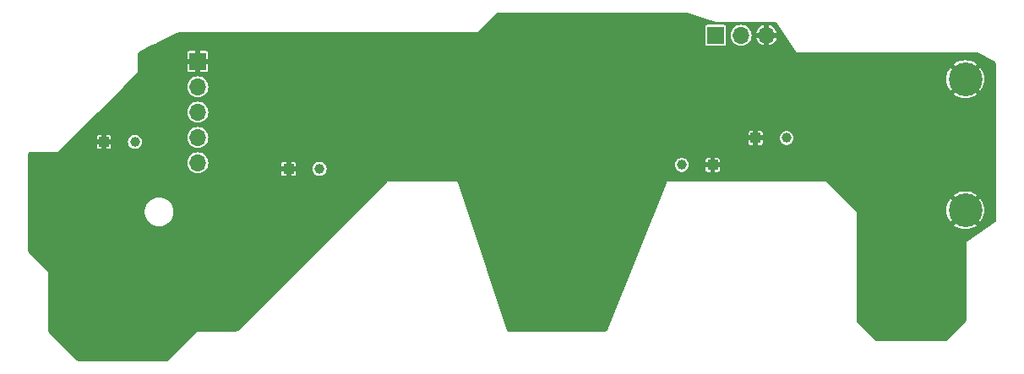
<source format=gbr>
%TF.GenerationSoftware,KiCad,Pcbnew,7.0.10*%
%TF.CreationDate,2025-04-28T11:59:33+02:00*%
%TF.ProjectId,projekt,70726f6a-656b-4742-9e6b-696361645f70,rev?*%
%TF.SameCoordinates,Original*%
%TF.FileFunction,Copper,L2,Bot*%
%TF.FilePolarity,Positive*%
%FSLAX46Y46*%
G04 Gerber Fmt 4.6, Leading zero omitted, Abs format (unit mm)*
G04 Created by KiCad (PCBNEW 7.0.10) date 2025-04-28 11:59:33*
%MOMM*%
%LPD*%
G01*
G04 APERTURE LIST*
%TA.AperFunction,ComponentPad*%
%ADD10R,1.000000X1.000000*%
%TD*%
%TA.AperFunction,ComponentPad*%
%ADD11R,1.700000X1.700000*%
%TD*%
%TA.AperFunction,ComponentPad*%
%ADD12O,1.700000X1.700000*%
%TD*%
%TA.AperFunction,ComponentPad*%
%ADD13C,1.000000*%
%TD*%
%TA.AperFunction,ComponentPad*%
%ADD14C,3.376000*%
%TD*%
%TA.AperFunction,ViaPad*%
%ADD15C,0.750000*%
%TD*%
G04 APERTURE END LIST*
D10*
%TO.P,TP4,1,1*%
%TO.N,GND*%
X193900000Y-73600000D03*
%TD*%
D11*
%TO.P,J2,1,Pin_1*%
%TO.N,V_LOAD*%
X189900000Y-63300000D03*
D12*
%TO.P,J2,2,Pin_2*%
%TO.N,/EN*%
X192440000Y-63300000D03*
%TO.P,J2,3,Pin_3*%
%TO.N,GND*%
X194980000Y-63300000D03*
%TD*%
D10*
%TO.P,TP1,1,1*%
%TO.N,GND*%
X147100000Y-76700000D03*
%TD*%
D11*
%TO.P,J1,1,Pin_1*%
%TO.N,GND*%
X138000000Y-65925000D03*
D12*
%TO.P,J1,2,Pin_2*%
%TO.N,V_MCU_LOGIC*%
X138000000Y-68465000D03*
%TO.P,J1,3,Pin_3*%
%TO.N,/INT*%
X138000000Y-71005000D03*
%TO.P,J1,4,Pin_4*%
%TO.N,/SCL*%
X138000000Y-73545000D03*
%TO.P,J1,5,Pin_5*%
%TO.N,/SDA*%
X138000000Y-76085000D03*
%TD*%
D10*
%TO.P,TP3,1,1*%
%TO.N,GND*%
X189600000Y-76300000D03*
%TD*%
D13*
%TO.P,TP7,1,1*%
%TO.N,V_LOAD*%
X186500000Y-76300000D03*
%TD*%
%TO.P,TP8,1,1*%
%TO.N,+5V_OUT*%
X197000000Y-73600000D03*
%TD*%
%TO.P,TP5,1,1*%
%TO.N,+BATT*%
X150200000Y-76700000D03*
%TD*%
%TO.P,TP6,1,1*%
%TO.N,+5V_CHARGE*%
X131700000Y-74000000D03*
%TD*%
D14*
%TO.P,J4,SH1,SHIELD*%
%TO.N,GND*%
X214915000Y-80835250D03*
%TO.P,J4,SH2,SHIELD*%
X214915000Y-67695250D03*
%TD*%
D10*
%TO.P,TP2,1,1*%
%TO.N,GND*%
X128600000Y-74000000D03*
%TD*%
D15*
%TO.N,GND*%
X172100000Y-85600000D03*
X163600000Y-69700000D03*
X155100000Y-68200000D03*
X147100000Y-73800000D03*
X155100000Y-65700000D03*
X197200000Y-76300000D03*
X206900000Y-66000000D03*
X212300000Y-70800000D03*
X163750000Y-76050000D03*
X157200000Y-73600000D03*
X211300000Y-70800000D03*
X195700000Y-69800000D03*
X150300000Y-70700000D03*
X210300000Y-70800000D03*
X188700000Y-69800000D03*
X151400000Y-65500000D03*
X164700000Y-69700000D03*
X177800000Y-63700000D03*
X127300000Y-76100000D03*
X211600000Y-89000000D03*
X129900000Y-77100000D03*
X192200000Y-69700000D03*
X211600000Y-91000000D03*
X209600000Y-91000000D03*
X125300000Y-83700000D03*
X202700000Y-65900000D03*
X211600000Y-87000000D03*
X207600000Y-89000000D03*
X179300000Y-67200000D03*
X207600000Y-91000000D03*
X146300000Y-70200000D03*
X209600000Y-87000000D03*
X209600000Y-89000000D03*
X163600000Y-68500000D03*
X164700000Y-68500000D03*
X125300000Y-81700000D03*
X144600000Y-66300000D03*
X150100000Y-71900000D03*
X207600000Y-87000000D03*
X172800000Y-75800000D03*
X169200000Y-72400000D03*
X125300000Y-82700000D03*
%TD*%
%TA.AperFunction,Conductor*%
%TO.N,GND*%
G36*
X186907875Y-61001278D02*
G01*
X187086993Y-61030345D01*
X187102434Y-61034145D01*
X188500000Y-61500000D01*
X190000000Y-62000000D01*
X195875174Y-62000000D01*
X195921888Y-62011714D01*
X196033582Y-62071491D01*
X196069241Y-62103862D01*
X197944528Y-64916793D01*
X197944529Y-64916794D01*
X198000000Y-65000000D01*
X208000000Y-65000000D01*
X215888472Y-65000000D01*
X215911217Y-65002648D01*
X216078226Y-65042073D01*
X216099755Y-65049877D01*
X217885401Y-65942701D01*
X217925341Y-65979201D01*
X217958803Y-66033343D01*
X217985214Y-66076076D01*
X218000000Y-66128123D01*
X218000000Y-81875173D01*
X217988286Y-81921887D01*
X217928508Y-82033582D01*
X217896137Y-82069241D01*
X215083206Y-83944528D01*
X215083205Y-83944529D01*
X215083204Y-83944530D01*
X215000000Y-84000000D01*
X215000000Y-84099999D01*
X215000000Y-91880307D01*
X214992464Y-91918193D01*
X214936825Y-92052516D01*
X214915365Y-92084634D01*
X213084634Y-93915365D01*
X213052516Y-93936825D01*
X212918193Y-93992464D01*
X212880307Y-94000000D01*
X206119693Y-94000000D01*
X206081807Y-93992464D01*
X205947483Y-93936825D01*
X205915365Y-93915365D01*
X204084634Y-92084634D01*
X204063174Y-92052515D01*
X204007536Y-91918192D01*
X204000000Y-91880307D01*
X204000000Y-81100000D01*
X204000000Y-81000000D01*
X203835250Y-80835250D01*
X213022177Y-80835250D01*
X213041442Y-81104621D01*
X213098851Y-81368524D01*
X213193228Y-81621558D01*
X213193229Y-81621560D01*
X213322656Y-81858588D01*
X213322657Y-81858589D01*
X213414892Y-81981801D01*
X213922646Y-81474046D01*
X213969306Y-81549405D01*
X214116634Y-81711016D01*
X214273971Y-81829831D01*
X213768447Y-82335356D01*
X213891660Y-82427592D01*
X213891661Y-82427593D01*
X214128689Y-82557020D01*
X214128691Y-82557021D01*
X214381726Y-82651398D01*
X214381724Y-82651398D01*
X214645628Y-82708807D01*
X214915000Y-82728072D01*
X215184371Y-82708807D01*
X215448274Y-82651398D01*
X215701308Y-82557021D01*
X215701310Y-82557020D01*
X215938333Y-82427596D01*
X216061551Y-82335356D01*
X215556027Y-81829832D01*
X215713366Y-81711016D01*
X215860694Y-81549405D01*
X215907353Y-81474048D01*
X216415106Y-81981801D01*
X216507346Y-81858583D01*
X216636770Y-81621560D01*
X216636771Y-81621558D01*
X216731148Y-81368524D01*
X216788557Y-81104621D01*
X216807822Y-80835250D01*
X216788557Y-80565878D01*
X216731148Y-80301975D01*
X216636771Y-80048941D01*
X216636770Y-80048939D01*
X216507343Y-79811911D01*
X216507342Y-79811910D01*
X216415106Y-79688697D01*
X215907352Y-80196450D01*
X215860694Y-80121095D01*
X215713366Y-79959484D01*
X215556026Y-79840666D01*
X216061551Y-79335142D01*
X215938339Y-79242907D01*
X215938338Y-79242906D01*
X215701310Y-79113479D01*
X215701308Y-79113478D01*
X215448273Y-79019101D01*
X215448275Y-79019101D01*
X215184371Y-78961692D01*
X214915000Y-78942427D01*
X214645628Y-78961692D01*
X214381725Y-79019101D01*
X214128691Y-79113478D01*
X214128689Y-79113479D01*
X213891665Y-79242904D01*
X213768447Y-79335142D01*
X214273972Y-79840667D01*
X214116634Y-79959484D01*
X213969306Y-80121095D01*
X213922646Y-80196451D01*
X213414892Y-79688697D01*
X213322654Y-79811915D01*
X213193229Y-80048939D01*
X213193228Y-80048941D01*
X213098851Y-80301975D01*
X213041442Y-80565878D01*
X213022177Y-80835250D01*
X203835250Y-80835250D01*
X201000000Y-78000000D01*
X200900000Y-78000000D01*
X185100001Y-78000000D01*
X185100000Y-78000000D01*
X185000000Y-78000000D01*
X184962861Y-78092847D01*
X184962860Y-78092848D01*
X184962860Y-78092849D01*
X179048414Y-92878962D01*
X179011998Y-92924172D01*
X178925141Y-92982978D01*
X178869638Y-93000000D01*
X169131959Y-93000000D01*
X169074073Y-92981313D01*
X168994304Y-92923819D01*
X168958270Y-92874813D01*
X168639396Y-91918192D01*
X165300000Y-81900000D01*
X164031623Y-78094868D01*
X164031622Y-78094867D01*
X164000000Y-78000000D01*
X163900000Y-78000000D01*
X157100000Y-78000000D01*
X157000000Y-78000000D01*
X156929291Y-78070709D01*
X142084634Y-92915365D01*
X142052516Y-92936825D01*
X141918193Y-92992464D01*
X141880307Y-93000000D01*
X138000000Y-93000000D01*
X137929291Y-93070709D01*
X135084634Y-95915365D01*
X135052516Y-95936825D01*
X134918193Y-95992464D01*
X134880307Y-96000000D01*
X126119693Y-96000000D01*
X126081807Y-95992464D01*
X125947483Y-95936825D01*
X125915365Y-95915365D01*
X123084634Y-93084634D01*
X123063174Y-93052515D01*
X123007536Y-92918192D01*
X123000000Y-92880307D01*
X123000000Y-87100000D01*
X123000000Y-87000000D01*
X121084634Y-85084634D01*
X121063174Y-85052515D01*
X121007536Y-84918192D01*
X121000000Y-84880307D01*
X121000000Y-81119778D01*
X132669500Y-81119778D01*
X132708930Y-81356065D01*
X132713207Y-81368524D01*
X132786714Y-81582644D01*
X132900729Y-81793323D01*
X132900731Y-81793326D01*
X132951526Y-81858588D01*
X133047866Y-81982366D01*
X133224113Y-82144612D01*
X133424660Y-82275636D01*
X133644038Y-82371864D01*
X133876263Y-82430672D01*
X134055213Y-82445500D01*
X134055221Y-82445500D01*
X134174779Y-82445500D01*
X134174787Y-82445500D01*
X134353737Y-82430672D01*
X134585962Y-82371864D01*
X134805340Y-82275636D01*
X135005887Y-82144612D01*
X135182134Y-81982366D01*
X135329271Y-81793323D01*
X135443287Y-81582641D01*
X135521070Y-81356065D01*
X135560500Y-81119778D01*
X135560500Y-80880222D01*
X135521070Y-80643935D01*
X135443287Y-80417359D01*
X135329271Y-80206677D01*
X135182134Y-80017634D01*
X135005887Y-79855388D01*
X134805340Y-79724364D01*
X134585962Y-79628136D01*
X134353737Y-79569328D01*
X134353735Y-79569327D01*
X134174796Y-79554500D01*
X134174787Y-79554500D01*
X134055213Y-79554500D01*
X134055203Y-79554500D01*
X133876266Y-79569327D01*
X133644037Y-79628136D01*
X133473324Y-79703018D01*
X133424660Y-79724364D01*
X133330527Y-79785864D01*
X133224114Y-79855387D01*
X133047863Y-80017637D01*
X132900731Y-80206673D01*
X132900729Y-80206676D01*
X132786714Y-80417355D01*
X132786713Y-80417359D01*
X132708930Y-80643935D01*
X132669500Y-80880222D01*
X132669500Y-81119778D01*
X121000000Y-81119778D01*
X121000000Y-77219700D01*
X146400000Y-77219700D01*
X146411603Y-77278036D01*
X146455806Y-77344189D01*
X146455810Y-77344193D01*
X146521963Y-77388396D01*
X146580299Y-77399999D01*
X146580303Y-77400000D01*
X146849999Y-77400000D01*
X146850000Y-77399999D01*
X147350000Y-77399999D01*
X147350001Y-77400000D01*
X147619697Y-77400000D01*
X147619700Y-77399999D01*
X147678036Y-77388396D01*
X147744189Y-77344193D01*
X147744193Y-77344189D01*
X147788396Y-77278036D01*
X147799999Y-77219700D01*
X147800000Y-77219697D01*
X147800000Y-76950001D01*
X147799999Y-76950000D01*
X147350001Y-76950000D01*
X147350000Y-76950001D01*
X147350000Y-77399999D01*
X146850000Y-77399999D01*
X146850000Y-76950001D01*
X146849999Y-76950000D01*
X146400001Y-76950000D01*
X146400000Y-76950001D01*
X146400000Y-77219700D01*
X121000000Y-77219700D01*
X121000000Y-76085003D01*
X136944417Y-76085003D01*
X136964698Y-76290929D01*
X136964699Y-76290934D01*
X137024768Y-76488954D01*
X137122316Y-76671452D01*
X137225798Y-76797545D01*
X137253590Y-76831410D01*
X137253595Y-76831414D01*
X137413547Y-76962683D01*
X137413548Y-76962683D01*
X137413550Y-76962685D01*
X137596046Y-77060232D01*
X137733997Y-77102078D01*
X137794065Y-77120300D01*
X137794070Y-77120301D01*
X137999997Y-77140583D01*
X138000000Y-77140583D01*
X138000003Y-77140583D01*
X138205929Y-77120301D01*
X138205934Y-77120300D01*
X138403954Y-77060232D01*
X138586450Y-76962685D01*
X138746410Y-76831410D01*
X138854255Y-76700000D01*
X146845102Y-76700000D01*
X146864505Y-76797545D01*
X146919760Y-76880240D01*
X147002455Y-76935495D01*
X147075376Y-76950000D01*
X147124624Y-76950000D01*
X147197545Y-76935495D01*
X147280240Y-76880240D01*
X147335495Y-76797545D01*
X147354898Y-76700000D01*
X149494355Y-76700000D01*
X149514860Y-76868872D01*
X149575182Y-77027930D01*
X149671817Y-77167929D01*
X149799148Y-77280734D01*
X149949775Y-77359790D01*
X150114944Y-77400500D01*
X150114947Y-77400500D01*
X150285053Y-77400500D01*
X150285056Y-77400500D01*
X150450225Y-77359790D01*
X150600852Y-77280734D01*
X150728183Y-77167929D01*
X150824818Y-77027930D01*
X150885140Y-76868872D01*
X150905645Y-76700000D01*
X150885140Y-76531128D01*
X150824818Y-76372070D01*
X150775071Y-76300000D01*
X185794355Y-76300000D01*
X185814860Y-76468872D01*
X185875182Y-76627930D01*
X185971817Y-76767929D01*
X186099148Y-76880734D01*
X186249775Y-76959790D01*
X186414944Y-77000500D01*
X186414947Y-77000500D01*
X186585053Y-77000500D01*
X186585056Y-77000500D01*
X186750225Y-76959790D01*
X186900852Y-76880734D01*
X186969745Y-76819700D01*
X188900000Y-76819700D01*
X188911603Y-76878036D01*
X188955806Y-76944189D01*
X188955810Y-76944193D01*
X189021963Y-76988396D01*
X189080299Y-76999999D01*
X189080303Y-77000000D01*
X189349999Y-77000000D01*
X189350000Y-76999999D01*
X189850000Y-76999999D01*
X189850001Y-77000000D01*
X190119697Y-77000000D01*
X190119700Y-76999999D01*
X190178036Y-76988396D01*
X190244189Y-76944193D01*
X190244193Y-76944189D01*
X190288396Y-76878036D01*
X190299999Y-76819700D01*
X190300000Y-76819697D01*
X190300000Y-76550001D01*
X190299999Y-76550000D01*
X189850001Y-76550000D01*
X189850000Y-76550001D01*
X189850000Y-76999999D01*
X189350000Y-76999999D01*
X189350000Y-76550001D01*
X189349999Y-76550000D01*
X188900001Y-76550000D01*
X188900000Y-76550001D01*
X188900000Y-76819700D01*
X186969745Y-76819700D01*
X187028183Y-76767929D01*
X187124818Y-76627930D01*
X187185140Y-76468872D01*
X187205645Y-76300000D01*
X189345102Y-76300000D01*
X189364505Y-76397545D01*
X189419760Y-76480240D01*
X189502455Y-76535495D01*
X189575376Y-76550000D01*
X189624624Y-76550000D01*
X189697545Y-76535495D01*
X189780240Y-76480240D01*
X189835495Y-76397545D01*
X189854898Y-76300000D01*
X189835495Y-76202455D01*
X189780240Y-76119760D01*
X189697545Y-76064505D01*
X189624624Y-76050000D01*
X189575376Y-76050000D01*
X189502455Y-76064505D01*
X189419760Y-76119760D01*
X189364505Y-76202455D01*
X189345102Y-76300000D01*
X187205645Y-76300000D01*
X187185140Y-76131128D01*
X187154372Y-76049999D01*
X188900000Y-76049999D01*
X188900001Y-76050000D01*
X189349999Y-76050000D01*
X189350000Y-76049999D01*
X189850000Y-76049999D01*
X189850001Y-76050000D01*
X190299999Y-76050000D01*
X190300000Y-76049999D01*
X190300000Y-75780302D01*
X190299999Y-75780299D01*
X190288396Y-75721963D01*
X190244193Y-75655810D01*
X190244189Y-75655806D01*
X190178036Y-75611603D01*
X190119700Y-75600000D01*
X189850001Y-75600000D01*
X189850000Y-75600001D01*
X189850000Y-76049999D01*
X189350000Y-76049999D01*
X189350000Y-75600001D01*
X189349999Y-75600000D01*
X189080299Y-75600000D01*
X189021963Y-75611603D01*
X188955810Y-75655806D01*
X188955806Y-75655810D01*
X188911603Y-75721963D01*
X188900000Y-75780299D01*
X188900000Y-76049999D01*
X187154372Y-76049999D01*
X187124818Y-75972070D01*
X187028183Y-75832071D01*
X186900852Y-75719266D01*
X186750225Y-75640210D01*
X186750224Y-75640209D01*
X186750223Y-75640209D01*
X186585058Y-75599500D01*
X186585056Y-75599500D01*
X186414944Y-75599500D01*
X186414941Y-75599500D01*
X186249776Y-75640209D01*
X186099146Y-75719267D01*
X185971818Y-75832069D01*
X185971817Y-75832071D01*
X185875182Y-75972070D01*
X185814860Y-76131128D01*
X185794355Y-76300000D01*
X150775071Y-76300000D01*
X150728183Y-76232071D01*
X150600852Y-76119266D01*
X150450225Y-76040210D01*
X150450224Y-76040209D01*
X150450223Y-76040209D01*
X150285058Y-75999500D01*
X150285056Y-75999500D01*
X150114944Y-75999500D01*
X150114941Y-75999500D01*
X149949776Y-76040209D01*
X149799146Y-76119267D01*
X149671818Y-76232069D01*
X149671816Y-76232072D01*
X149624930Y-76299998D01*
X149575182Y-76372070D01*
X149514860Y-76531128D01*
X149512568Y-76550001D01*
X149497822Y-76671450D01*
X149494355Y-76700000D01*
X147354898Y-76700000D01*
X147335495Y-76602455D01*
X147280240Y-76519760D01*
X147197545Y-76464505D01*
X147124624Y-76450000D01*
X147075376Y-76450000D01*
X147002455Y-76464505D01*
X146919760Y-76519760D01*
X146864505Y-76602455D01*
X146845102Y-76700000D01*
X138854255Y-76700000D01*
X138877685Y-76671450D01*
X138975232Y-76488954D01*
X138987049Y-76449999D01*
X146400000Y-76449999D01*
X146400001Y-76450000D01*
X146849999Y-76450000D01*
X146850000Y-76449999D01*
X147350000Y-76449999D01*
X147350001Y-76450000D01*
X147799999Y-76450000D01*
X147800000Y-76449999D01*
X147800000Y-76180302D01*
X147799999Y-76180299D01*
X147788396Y-76121963D01*
X147744193Y-76055810D01*
X147744189Y-76055806D01*
X147678036Y-76011603D01*
X147619700Y-76000000D01*
X147350001Y-76000000D01*
X147350000Y-76000001D01*
X147350000Y-76449999D01*
X146850000Y-76449999D01*
X146850000Y-76000001D01*
X146849999Y-76000000D01*
X146580299Y-76000000D01*
X146521963Y-76011603D01*
X146455810Y-76055806D01*
X146455806Y-76055810D01*
X146411603Y-76121963D01*
X146400000Y-76180299D01*
X146400000Y-76449999D01*
X138987049Y-76449999D01*
X139035300Y-76290934D01*
X139035301Y-76290929D01*
X139055583Y-76085003D01*
X139055583Y-76084996D01*
X139035301Y-75879070D01*
X139035300Y-75879065D01*
X139017078Y-75818997D01*
X138975232Y-75681046D01*
X138877685Y-75498550D01*
X138746410Y-75338590D01*
X138746404Y-75338585D01*
X138586452Y-75207316D01*
X138403954Y-75109768D01*
X138205934Y-75049699D01*
X138205929Y-75049698D01*
X138000003Y-75029417D01*
X137999997Y-75029417D01*
X137794070Y-75049698D01*
X137794065Y-75049699D01*
X137596045Y-75109768D01*
X137413547Y-75207316D01*
X137253595Y-75338585D01*
X137253585Y-75338595D01*
X137122316Y-75498547D01*
X137024768Y-75681045D01*
X136964699Y-75879065D01*
X136964698Y-75879070D01*
X136944417Y-76084996D01*
X136944417Y-76085003D01*
X121000000Y-76085003D01*
X121000000Y-75141008D01*
X121018907Y-75082817D01*
X121028996Y-75071004D01*
X121071004Y-75028996D01*
X121125521Y-75001219D01*
X121141008Y-75000000D01*
X123899999Y-75000000D01*
X123900000Y-75000000D01*
X124000000Y-75000000D01*
X124480300Y-74519700D01*
X127900000Y-74519700D01*
X127911603Y-74578036D01*
X127955806Y-74644189D01*
X127955810Y-74644193D01*
X128021963Y-74688396D01*
X128080299Y-74699999D01*
X128080303Y-74700000D01*
X128349999Y-74700000D01*
X128350000Y-74699999D01*
X128850000Y-74699999D01*
X128850001Y-74700000D01*
X129119697Y-74700000D01*
X129119700Y-74699999D01*
X129178036Y-74688396D01*
X129244189Y-74644193D01*
X129244193Y-74644189D01*
X129288396Y-74578036D01*
X129299999Y-74519700D01*
X129300000Y-74519697D01*
X129300000Y-74250001D01*
X129299999Y-74250000D01*
X128850001Y-74250000D01*
X128850000Y-74250001D01*
X128850000Y-74699999D01*
X128350000Y-74699999D01*
X128350000Y-74250001D01*
X128349999Y-74250000D01*
X127900001Y-74250000D01*
X127900000Y-74250001D01*
X127900000Y-74519700D01*
X124480300Y-74519700D01*
X125000000Y-74000000D01*
X128345102Y-74000000D01*
X128364505Y-74097545D01*
X128419760Y-74180240D01*
X128502455Y-74235495D01*
X128575376Y-74250000D01*
X128624624Y-74250000D01*
X128697545Y-74235495D01*
X128780240Y-74180240D01*
X128835495Y-74097545D01*
X128854898Y-74000000D01*
X130994355Y-74000000D01*
X131014860Y-74168872D01*
X131075182Y-74327930D01*
X131171817Y-74467929D01*
X131299148Y-74580734D01*
X131449775Y-74659790D01*
X131614944Y-74700500D01*
X131614947Y-74700500D01*
X131785053Y-74700500D01*
X131785056Y-74700500D01*
X131950225Y-74659790D01*
X132100852Y-74580734D01*
X132228183Y-74467929D01*
X132324818Y-74327930D01*
X132385140Y-74168872D01*
X132405645Y-74000000D01*
X132385140Y-73831128D01*
X132324818Y-73672070D01*
X132237109Y-73545003D01*
X136944417Y-73545003D01*
X136964698Y-73750929D01*
X136964699Y-73750934D01*
X137024768Y-73948954D01*
X137122316Y-74131452D01*
X137227640Y-74259790D01*
X137253590Y-74291410D01*
X137253595Y-74291414D01*
X137413547Y-74422683D01*
X137413548Y-74422683D01*
X137413550Y-74422685D01*
X137596046Y-74520232D01*
X137733997Y-74562078D01*
X137794065Y-74580300D01*
X137794070Y-74580301D01*
X137999997Y-74600583D01*
X138000000Y-74600583D01*
X138000003Y-74600583D01*
X138205929Y-74580301D01*
X138205934Y-74580300D01*
X138213397Y-74578036D01*
X138403954Y-74520232D01*
X138586450Y-74422685D01*
X138746410Y-74291410D01*
X138877685Y-74131450D01*
X138883966Y-74119700D01*
X193200000Y-74119700D01*
X193211603Y-74178036D01*
X193255806Y-74244189D01*
X193255810Y-74244193D01*
X193321963Y-74288396D01*
X193380299Y-74299999D01*
X193380303Y-74300000D01*
X193649999Y-74300000D01*
X193650000Y-74299999D01*
X194150000Y-74299999D01*
X194150001Y-74300000D01*
X194419697Y-74300000D01*
X194419700Y-74299999D01*
X194478036Y-74288396D01*
X194544189Y-74244193D01*
X194544193Y-74244189D01*
X194588396Y-74178036D01*
X194599999Y-74119700D01*
X194600000Y-74119697D01*
X194600000Y-73850001D01*
X194599999Y-73850000D01*
X194150001Y-73850000D01*
X194150000Y-73850001D01*
X194150000Y-74299999D01*
X193650000Y-74299999D01*
X193650000Y-73850001D01*
X193649999Y-73850000D01*
X193200001Y-73850000D01*
X193200000Y-73850001D01*
X193200000Y-74119700D01*
X138883966Y-74119700D01*
X138975232Y-73948954D01*
X139035300Y-73750934D01*
X139035301Y-73750929D01*
X139050166Y-73600000D01*
X193645102Y-73600000D01*
X193664505Y-73697545D01*
X193719760Y-73780240D01*
X193802455Y-73835495D01*
X193875376Y-73850000D01*
X193924624Y-73850000D01*
X193997545Y-73835495D01*
X194080240Y-73780240D01*
X194135495Y-73697545D01*
X194154898Y-73600000D01*
X196294355Y-73600000D01*
X196314860Y-73768872D01*
X196375182Y-73927930D01*
X196471817Y-74067929D01*
X196599148Y-74180734D01*
X196749775Y-74259790D01*
X196914944Y-74300500D01*
X196914947Y-74300500D01*
X197085053Y-74300500D01*
X197085056Y-74300500D01*
X197250225Y-74259790D01*
X197400852Y-74180734D01*
X197528183Y-74067929D01*
X197624818Y-73927930D01*
X197685140Y-73768872D01*
X197705645Y-73600000D01*
X197685140Y-73431128D01*
X197624818Y-73272070D01*
X197528183Y-73132071D01*
X197400852Y-73019266D01*
X197250225Y-72940210D01*
X197250224Y-72940209D01*
X197250223Y-72940209D01*
X197085058Y-72899500D01*
X197085056Y-72899500D01*
X196914944Y-72899500D01*
X196914941Y-72899500D01*
X196749776Y-72940209D01*
X196599146Y-73019267D01*
X196471818Y-73132069D01*
X196471816Y-73132072D01*
X196465622Y-73141046D01*
X196375182Y-73272070D01*
X196314860Y-73431128D01*
X196294355Y-73600000D01*
X194154898Y-73600000D01*
X194135495Y-73502455D01*
X194080240Y-73419760D01*
X193997545Y-73364505D01*
X193924624Y-73350000D01*
X193875376Y-73350000D01*
X193802455Y-73364505D01*
X193719760Y-73419760D01*
X193664505Y-73502455D01*
X193645102Y-73600000D01*
X139050166Y-73600000D01*
X139055583Y-73545003D01*
X139055583Y-73544996D01*
X139036377Y-73349999D01*
X193200000Y-73349999D01*
X193200001Y-73350000D01*
X193649999Y-73350000D01*
X193650000Y-73349999D01*
X194150000Y-73349999D01*
X194150001Y-73350000D01*
X194599999Y-73350000D01*
X194600000Y-73349999D01*
X194600000Y-73080302D01*
X194599999Y-73080299D01*
X194588396Y-73021963D01*
X194544193Y-72955810D01*
X194544189Y-72955806D01*
X194478036Y-72911603D01*
X194419700Y-72900000D01*
X194150001Y-72900000D01*
X194150000Y-72900001D01*
X194150000Y-73349999D01*
X193650000Y-73349999D01*
X193650000Y-72900001D01*
X193649999Y-72900000D01*
X193380299Y-72900000D01*
X193321963Y-72911603D01*
X193255810Y-72955806D01*
X193255806Y-72955810D01*
X193211603Y-73021963D01*
X193200000Y-73080299D01*
X193200000Y-73349999D01*
X139036377Y-73349999D01*
X139035301Y-73339070D01*
X139035300Y-73339065D01*
X139014977Y-73272070D01*
X138975232Y-73141046D01*
X138877685Y-72958550D01*
X138875436Y-72955810D01*
X138746414Y-72798595D01*
X138746410Y-72798590D01*
X138746404Y-72798585D01*
X138586452Y-72667316D01*
X138403954Y-72569768D01*
X138205934Y-72509699D01*
X138205929Y-72509698D01*
X138000003Y-72489417D01*
X137999997Y-72489417D01*
X137794070Y-72509698D01*
X137794065Y-72509699D01*
X137596045Y-72569768D01*
X137413547Y-72667316D01*
X137253595Y-72798585D01*
X137253585Y-72798595D01*
X137122316Y-72958547D01*
X137024768Y-73141045D01*
X136964699Y-73339065D01*
X136964698Y-73339070D01*
X136944417Y-73544996D01*
X136944417Y-73545003D01*
X132237109Y-73545003D01*
X132228183Y-73532071D01*
X132100852Y-73419266D01*
X131950225Y-73340210D01*
X131950224Y-73340209D01*
X131950223Y-73340209D01*
X131785058Y-73299500D01*
X131785056Y-73299500D01*
X131614944Y-73299500D01*
X131614941Y-73299500D01*
X131449776Y-73340209D01*
X131299146Y-73419267D01*
X131171818Y-73532069D01*
X131171816Y-73532072D01*
X131124930Y-73599998D01*
X131075182Y-73672070D01*
X131014860Y-73831128D01*
X130994355Y-74000000D01*
X128854898Y-74000000D01*
X128835495Y-73902455D01*
X128780240Y-73819760D01*
X128697545Y-73764505D01*
X128624624Y-73750000D01*
X128575376Y-73750000D01*
X128502455Y-73764505D01*
X128419760Y-73819760D01*
X128364505Y-73902455D01*
X128345102Y-74000000D01*
X125000000Y-74000000D01*
X125250001Y-73749999D01*
X127900000Y-73749999D01*
X127900001Y-73750000D01*
X128349999Y-73750000D01*
X128350000Y-73749999D01*
X128850000Y-73749999D01*
X128850001Y-73750000D01*
X129299999Y-73750000D01*
X129300000Y-73749999D01*
X129300000Y-73480302D01*
X129299999Y-73480299D01*
X129288396Y-73421963D01*
X129244193Y-73355810D01*
X129244189Y-73355806D01*
X129178036Y-73311603D01*
X129119700Y-73300000D01*
X128850001Y-73300000D01*
X128850000Y-73300001D01*
X128850000Y-73749999D01*
X128350000Y-73749999D01*
X128350000Y-73300001D01*
X128349999Y-73300000D01*
X128080299Y-73300000D01*
X128021963Y-73311603D01*
X127955810Y-73355806D01*
X127955806Y-73355810D01*
X127911603Y-73421963D01*
X127900000Y-73480299D01*
X127900000Y-73749999D01*
X125250001Y-73749999D01*
X127994997Y-71005003D01*
X136944417Y-71005003D01*
X136964698Y-71210929D01*
X136964699Y-71210934D01*
X137024768Y-71408954D01*
X137122316Y-71591452D01*
X137253585Y-71751404D01*
X137253590Y-71751410D01*
X137253595Y-71751414D01*
X137413547Y-71882683D01*
X137413548Y-71882683D01*
X137413550Y-71882685D01*
X137596046Y-71980232D01*
X137733997Y-72022078D01*
X137794065Y-72040300D01*
X137794070Y-72040301D01*
X137999997Y-72060583D01*
X138000000Y-72060583D01*
X138000003Y-72060583D01*
X138205929Y-72040301D01*
X138205934Y-72040300D01*
X138403954Y-71980232D01*
X138586450Y-71882685D01*
X138746410Y-71751410D01*
X138877685Y-71591450D01*
X138975232Y-71408954D01*
X139035300Y-71210934D01*
X139035301Y-71210929D01*
X139055583Y-71005003D01*
X139055583Y-71004996D01*
X139035301Y-70799070D01*
X139035300Y-70799065D01*
X139017078Y-70738997D01*
X138975232Y-70601046D01*
X138877685Y-70418550D01*
X138746410Y-70258590D01*
X138746404Y-70258585D01*
X138586452Y-70127316D01*
X138403954Y-70029768D01*
X138205934Y-69969699D01*
X138205929Y-69969698D01*
X138000003Y-69949417D01*
X137999997Y-69949417D01*
X137794070Y-69969698D01*
X137794065Y-69969699D01*
X137596045Y-70029768D01*
X137413547Y-70127316D01*
X137253595Y-70258585D01*
X137253585Y-70258595D01*
X137122316Y-70418547D01*
X137024768Y-70601045D01*
X136964699Y-70799065D01*
X136964698Y-70799070D01*
X136944417Y-71004996D01*
X136944417Y-71005003D01*
X127994997Y-71005003D01*
X130534997Y-68465003D01*
X136944417Y-68465003D01*
X136964698Y-68670929D01*
X136964699Y-68670934D01*
X137024768Y-68868954D01*
X137122316Y-69051452D01*
X137240415Y-69195356D01*
X137253590Y-69211410D01*
X137253595Y-69211414D01*
X137413547Y-69342683D01*
X137413548Y-69342683D01*
X137413550Y-69342685D01*
X137596046Y-69440232D01*
X137733997Y-69482078D01*
X137794065Y-69500300D01*
X137794070Y-69500301D01*
X137999997Y-69520583D01*
X138000000Y-69520583D01*
X138000003Y-69520583D01*
X138205929Y-69500301D01*
X138205934Y-69500300D01*
X138403954Y-69440232D01*
X138586450Y-69342685D01*
X138746410Y-69211410D01*
X138877685Y-69051450D01*
X138975232Y-68868954D01*
X139035300Y-68670934D01*
X139035301Y-68670929D01*
X139055583Y-68465003D01*
X139055583Y-68464996D01*
X139035301Y-68259070D01*
X139035300Y-68259065D01*
X139017078Y-68198997D01*
X138975232Y-68061046D01*
X138877685Y-67878550D01*
X138816990Y-67804593D01*
X138746414Y-67718595D01*
X138746410Y-67718590D01*
X138717970Y-67695250D01*
X213022177Y-67695250D01*
X213041442Y-67964621D01*
X213098851Y-68228524D01*
X213193228Y-68481558D01*
X213193229Y-68481560D01*
X213322656Y-68718588D01*
X213322657Y-68718589D01*
X213414892Y-68841801D01*
X213922646Y-68334046D01*
X213969306Y-68409405D01*
X214116634Y-68571016D01*
X214273971Y-68689831D01*
X213768447Y-69195356D01*
X213891660Y-69287592D01*
X213891661Y-69287593D01*
X214128689Y-69417020D01*
X214128691Y-69417021D01*
X214381726Y-69511398D01*
X214381724Y-69511398D01*
X214645628Y-69568807D01*
X214915000Y-69588072D01*
X215184371Y-69568807D01*
X215448274Y-69511398D01*
X215701308Y-69417021D01*
X215701310Y-69417020D01*
X215938333Y-69287596D01*
X216061551Y-69195356D01*
X215556027Y-68689832D01*
X215713366Y-68571016D01*
X215860694Y-68409405D01*
X215907353Y-68334048D01*
X216415106Y-68841801D01*
X216507346Y-68718583D01*
X216636770Y-68481560D01*
X216636771Y-68481558D01*
X216731148Y-68228524D01*
X216788557Y-67964621D01*
X216807822Y-67695250D01*
X216788557Y-67425878D01*
X216731148Y-67161975D01*
X216636771Y-66908941D01*
X216636770Y-66908939D01*
X216507343Y-66671911D01*
X216507342Y-66671910D01*
X216415106Y-66548697D01*
X215907352Y-67056450D01*
X215860694Y-66981095D01*
X215713366Y-66819484D01*
X215556026Y-66700666D01*
X216061551Y-66195142D01*
X215938339Y-66102907D01*
X215938338Y-66102906D01*
X215701310Y-65973479D01*
X215701308Y-65973478D01*
X215448273Y-65879101D01*
X215448275Y-65879101D01*
X215184371Y-65821692D01*
X214915000Y-65802427D01*
X214645628Y-65821692D01*
X214381725Y-65879101D01*
X214128691Y-65973478D01*
X214128689Y-65973479D01*
X213891665Y-66102904D01*
X213768447Y-66195142D01*
X214273972Y-66700667D01*
X214116634Y-66819484D01*
X213969306Y-66981095D01*
X213922646Y-67056451D01*
X213414892Y-66548697D01*
X213322654Y-66671915D01*
X213193229Y-66908939D01*
X213193228Y-66908941D01*
X213098851Y-67161975D01*
X213041442Y-67425878D01*
X213022177Y-67695250D01*
X138717970Y-67695250D01*
X138717969Y-67695249D01*
X138586452Y-67587316D01*
X138403954Y-67489768D01*
X138205934Y-67429699D01*
X138205929Y-67429698D01*
X138000003Y-67409417D01*
X137999997Y-67409417D01*
X137794070Y-67429698D01*
X137794065Y-67429699D01*
X137596045Y-67489768D01*
X137413547Y-67587316D01*
X137253595Y-67718585D01*
X137253585Y-67718595D01*
X137122316Y-67878547D01*
X137024768Y-68061045D01*
X136964699Y-68259065D01*
X136964698Y-68259070D01*
X136944417Y-68464996D01*
X136944417Y-68465003D01*
X130534997Y-68465003D01*
X132000000Y-67000000D01*
X132000000Y-66794700D01*
X136950000Y-66794700D01*
X136961603Y-66853036D01*
X137005806Y-66919189D01*
X137005810Y-66919193D01*
X137071963Y-66963396D01*
X137130299Y-66974999D01*
X137130303Y-66975000D01*
X137749999Y-66975000D01*
X137750000Y-66974999D01*
X137750000Y-66360501D01*
X137857685Y-66409680D01*
X137964237Y-66425000D01*
X138035763Y-66425000D01*
X138142315Y-66409680D01*
X138250000Y-66360501D01*
X138250000Y-66974999D01*
X138250001Y-66975000D01*
X138869697Y-66975000D01*
X138869700Y-66974999D01*
X138928036Y-66963396D01*
X138994189Y-66919193D01*
X138994193Y-66919189D01*
X139038396Y-66853036D01*
X139049999Y-66794700D01*
X139050000Y-66794697D01*
X139050000Y-66175001D01*
X139049999Y-66175000D01*
X138433686Y-66175000D01*
X138459493Y-66134844D01*
X138500000Y-65996889D01*
X138500000Y-65853111D01*
X138459493Y-65715156D01*
X138433686Y-65675000D01*
X139049999Y-65675000D01*
X139050000Y-65674999D01*
X139050000Y-65055302D01*
X139049999Y-65055299D01*
X139038396Y-64996963D01*
X138994193Y-64930810D01*
X138994189Y-64930806D01*
X138928036Y-64886603D01*
X138869700Y-64875000D01*
X138250001Y-64875000D01*
X138250000Y-64875001D01*
X138250000Y-65489498D01*
X138142315Y-65440320D01*
X138035763Y-65425000D01*
X137964237Y-65425000D01*
X137857685Y-65440320D01*
X137750000Y-65489498D01*
X137750000Y-64875001D01*
X137749999Y-64875000D01*
X137130299Y-64875000D01*
X137071963Y-64886603D01*
X137005810Y-64930806D01*
X137005806Y-64930810D01*
X136961603Y-64996963D01*
X136950000Y-65055299D01*
X136950000Y-65674999D01*
X136950001Y-65675000D01*
X137566314Y-65675000D01*
X137540507Y-65715156D01*
X137500000Y-65853111D01*
X137500000Y-65996889D01*
X137540507Y-66134844D01*
X137566314Y-66175000D01*
X136950001Y-66175000D01*
X136950000Y-66175001D01*
X136950000Y-66794700D01*
X132000000Y-66794700D01*
X132000000Y-65128123D01*
X132014785Y-65076076D01*
X132074658Y-64979200D01*
X132114596Y-64942702D01*
X133429991Y-64285004D01*
X133448623Y-64277932D01*
X133463663Y-64273903D01*
X133677829Y-64174035D01*
X133683954Y-64169746D01*
X188849500Y-64169746D01*
X188849501Y-64169758D01*
X188861132Y-64228227D01*
X188861134Y-64228233D01*
X188894340Y-64277928D01*
X188905448Y-64294552D01*
X188971769Y-64338867D01*
X189016231Y-64347711D01*
X189030241Y-64350498D01*
X189030246Y-64350498D01*
X189030252Y-64350500D01*
X189030253Y-64350500D01*
X190769747Y-64350500D01*
X190769748Y-64350500D01*
X190828231Y-64338867D01*
X190894552Y-64294552D01*
X190938867Y-64228231D01*
X190950500Y-64169748D01*
X190950500Y-63300003D01*
X191384417Y-63300003D01*
X191404698Y-63505929D01*
X191404699Y-63505934D01*
X191464768Y-63703954D01*
X191562316Y-63886452D01*
X191693302Y-64046059D01*
X191693590Y-64046410D01*
X191693595Y-64046414D01*
X191853547Y-64177683D01*
X191853548Y-64177683D01*
X191853550Y-64177685D01*
X192036046Y-64275232D01*
X192173997Y-64317078D01*
X192234065Y-64335300D01*
X192234070Y-64335301D01*
X192439997Y-64355583D01*
X192440000Y-64355583D01*
X192440003Y-64355583D01*
X192645929Y-64335301D01*
X192645934Y-64335300D01*
X192691720Y-64321411D01*
X192843954Y-64275232D01*
X193026450Y-64177685D01*
X193186410Y-64046410D01*
X193317685Y-63886450D01*
X193415232Y-63703954D01*
X193475300Y-63505934D01*
X193475301Y-63505929D01*
X193495583Y-63300003D01*
X193495583Y-63299996D01*
X193475301Y-63094070D01*
X193475300Y-63094065D01*
X193461933Y-63049999D01*
X193958588Y-63049999D01*
X193958589Y-63050000D01*
X194546314Y-63050000D01*
X194520507Y-63090156D01*
X194480000Y-63228111D01*
X194480000Y-63371889D01*
X194520507Y-63509844D01*
X194546314Y-63550000D01*
X193958589Y-63550000D01*
X194005232Y-63703762D01*
X194005234Y-63703767D01*
X194102724Y-63886160D01*
X194102731Y-63886170D01*
X194233940Y-64046050D01*
X194233949Y-64046059D01*
X194393829Y-64177268D01*
X194393839Y-64177275D01*
X194576232Y-64274765D01*
X194576237Y-64274767D01*
X194729999Y-64321411D01*
X194730000Y-64321411D01*
X194730000Y-63735501D01*
X194837685Y-63784680D01*
X194944237Y-63800000D01*
X195015763Y-63800000D01*
X195122315Y-63784680D01*
X195230000Y-63735501D01*
X195230000Y-64321411D01*
X195383762Y-64274767D01*
X195383767Y-64274765D01*
X195566160Y-64177275D01*
X195566170Y-64177268D01*
X195726050Y-64046059D01*
X195726059Y-64046050D01*
X195857268Y-63886170D01*
X195857275Y-63886160D01*
X195954765Y-63703767D01*
X195954767Y-63703762D01*
X196001411Y-63550000D01*
X195413686Y-63550000D01*
X195439493Y-63509844D01*
X195480000Y-63371889D01*
X195480000Y-63228111D01*
X195439493Y-63090156D01*
X195413686Y-63050000D01*
X196001411Y-63050000D01*
X196001411Y-63049999D01*
X195954767Y-62896237D01*
X195954765Y-62896232D01*
X195857275Y-62713839D01*
X195857268Y-62713829D01*
X195726059Y-62553949D01*
X195726050Y-62553940D01*
X195566170Y-62422731D01*
X195566160Y-62422724D01*
X195383771Y-62325236D01*
X195383758Y-62325231D01*
X195230000Y-62278588D01*
X195230000Y-62864498D01*
X195122315Y-62815320D01*
X195015763Y-62800000D01*
X194944237Y-62800000D01*
X194837685Y-62815320D01*
X194730000Y-62864498D01*
X194730000Y-62278588D01*
X194576241Y-62325231D01*
X194576228Y-62325236D01*
X194393839Y-62422724D01*
X194393829Y-62422731D01*
X194233949Y-62553940D01*
X194233940Y-62553949D01*
X194102731Y-62713829D01*
X194102724Y-62713839D01*
X194005234Y-62896232D01*
X194005232Y-62896237D01*
X193958588Y-63049999D01*
X193461933Y-63049999D01*
X193437423Y-62969202D01*
X193415232Y-62896046D01*
X193317685Y-62713550D01*
X193186410Y-62553590D01*
X193036123Y-62430253D01*
X193026452Y-62422316D01*
X192843954Y-62324768D01*
X192645934Y-62264699D01*
X192645929Y-62264698D01*
X192440003Y-62244417D01*
X192439997Y-62244417D01*
X192234070Y-62264698D01*
X192234065Y-62264699D01*
X192036045Y-62324768D01*
X191853547Y-62422316D01*
X191693595Y-62553585D01*
X191693585Y-62553595D01*
X191562316Y-62713547D01*
X191464768Y-62896045D01*
X191404699Y-63094065D01*
X191404698Y-63094070D01*
X191384417Y-63299996D01*
X191384417Y-63300003D01*
X190950500Y-63300003D01*
X190950500Y-62430252D01*
X190948921Y-62422316D01*
X190947711Y-62416231D01*
X190938867Y-62371769D01*
X190894552Y-62305448D01*
X190854354Y-62278588D01*
X190828233Y-62261134D01*
X190828231Y-62261133D01*
X190828228Y-62261132D01*
X190828227Y-62261132D01*
X190769758Y-62249501D01*
X190769748Y-62249500D01*
X189030252Y-62249500D01*
X189030251Y-62249500D01*
X189030241Y-62249501D01*
X188971772Y-62261132D01*
X188971766Y-62261134D01*
X188905451Y-62305445D01*
X188905445Y-62305451D01*
X188861134Y-62371766D01*
X188861132Y-62371772D01*
X188849501Y-62430241D01*
X188849500Y-62430253D01*
X188849500Y-64169746D01*
X133683954Y-64169746D01*
X133736548Y-64132919D01*
X133749028Y-64125485D01*
X134000000Y-64000000D01*
X135900244Y-63049876D01*
X135921773Y-63042073D01*
X136088783Y-63002648D01*
X136111528Y-63000000D01*
X165899999Y-63000000D01*
X165900000Y-63000000D01*
X166000000Y-63000000D01*
X167915368Y-61084631D01*
X167947482Y-61063174D01*
X167997861Y-61042307D01*
X168081808Y-61007536D01*
X168119693Y-61000000D01*
X186892017Y-61000000D01*
X186907875Y-61001278D01*
G37*
%TD.AperFunction*%
%TD*%
M02*

</source>
